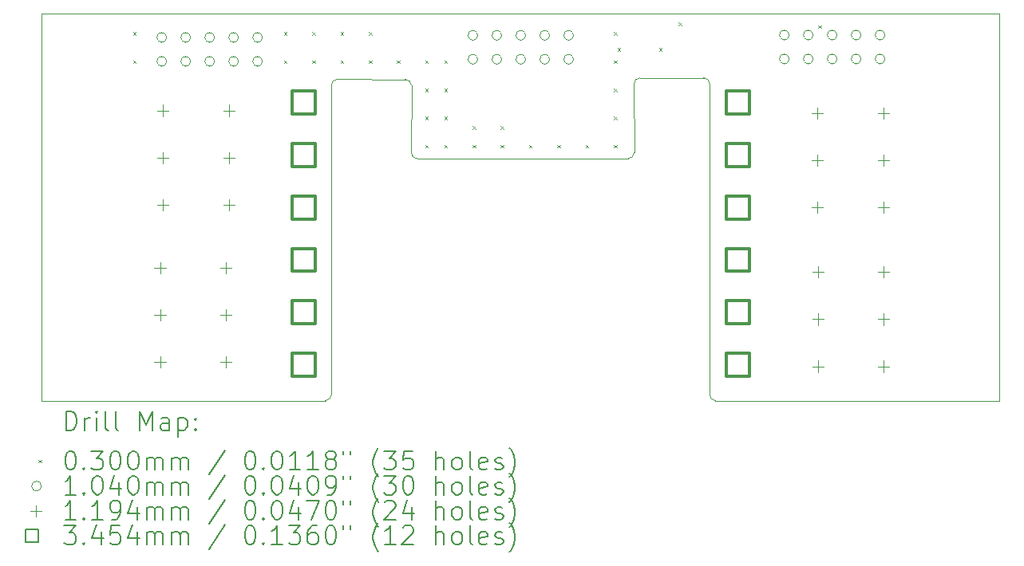
<source format=gbr>
%TF.GenerationSoftware,KiCad,Pcbnew,8.0.4*%
%TF.CreationDate,2025-01-10T16:53:50-05:00*%
%TF.ProjectId,X17-ESC-Adapter,5831372d-4553-4432-9d41-646170746572,rev?*%
%TF.SameCoordinates,Original*%
%TF.FileFunction,Drillmap*%
%TF.FilePolarity,Positive*%
%FSLAX45Y45*%
G04 Gerber Fmt 4.5, Leading zero omitted, Abs format (unit mm)*
G04 Created by KiCad (PCBNEW 8.0.4) date 2025-01-10 16:53:50*
%MOMM*%
%LPD*%
G01*
G04 APERTURE LIST*
%ADD10C,0.050000*%
%ADD11C,0.200000*%
%ADD12C,0.100000*%
%ADD13C,0.104000*%
%ADD14C,0.119380*%
%ADD15C,0.345440*%
G04 APERTURE END LIST*
D10*
X13788400Y-8449394D02*
G75*
G02*
X13851534Y-8385901I63480J14D01*
G01*
X10715000Y-11800000D02*
X10715000Y-7685200D01*
X17863011Y-11800553D02*
G75*
G02*
X17801000Y-11740000I1490J63553D01*
G01*
X17003000Y-9164000D02*
X16998919Y-8435566D01*
X14570052Y-8388775D02*
X13851530Y-8385183D01*
X17801600Y-8434329D02*
X17801000Y-11740000D01*
X13724900Y-11800000D02*
X10715000Y-11800000D01*
X13788400Y-8449315D02*
X13788400Y-11736500D01*
X14637890Y-8450845D02*
X14636110Y-9167312D01*
X14700000Y-9230000D02*
G75*
G02*
X14636112Y-9167312I20J63920D01*
G01*
X17863000Y-11801000D02*
X20872900Y-11801000D01*
X17062131Y-8371881D02*
X17737813Y-8370829D01*
X14570052Y-8388775D02*
G75*
G02*
X14637887Y-8450845I4738J-62925D01*
G01*
X20872900Y-11801000D02*
X20875000Y-7685200D01*
X20875000Y-7685200D02*
X10715000Y-7685200D01*
X17737813Y-8370829D02*
G75*
G02*
X17801592Y-8434329I287J-63491D01*
G01*
X13788400Y-11736500D02*
G75*
G02*
X13724900Y-11800000I-63500J0D01*
G01*
X14700000Y-9229520D02*
X16936500Y-9229520D01*
X16998919Y-8435566D02*
G75*
G02*
X17062131Y-8371879I63501J186D01*
G01*
X17003000Y-9164000D02*
G75*
G02*
X16935578Y-9229208I-67420J2250D01*
G01*
D11*
D12*
X11685000Y-7885000D02*
X11715000Y-7915000D01*
X11715000Y-7885000D02*
X11685000Y-7915000D01*
X11685000Y-8185000D02*
X11715000Y-8215000D01*
X11715000Y-8185000D02*
X11685000Y-8215000D01*
X13285000Y-7885000D02*
X13315000Y-7915000D01*
X13315000Y-7885000D02*
X13285000Y-7915000D01*
X13285000Y-8185000D02*
X13315000Y-8215000D01*
X13315000Y-8185000D02*
X13285000Y-8215000D01*
X13585000Y-7885000D02*
X13615000Y-7915000D01*
X13615000Y-7885000D02*
X13585000Y-7915000D01*
X13585000Y-8185000D02*
X13615000Y-8215000D01*
X13615000Y-8185000D02*
X13585000Y-8215000D01*
X13885000Y-7885000D02*
X13915000Y-7915000D01*
X13915000Y-7885000D02*
X13885000Y-7915000D01*
X13885000Y-8185000D02*
X13915000Y-8215000D01*
X13915000Y-8185000D02*
X13885000Y-8215000D01*
X14185000Y-7885000D02*
X14215000Y-7915000D01*
X14215000Y-7885000D02*
X14185000Y-7915000D01*
X14185000Y-8185000D02*
X14215000Y-8215000D01*
X14215000Y-8185000D02*
X14185000Y-8215000D01*
X14485000Y-8185000D02*
X14515000Y-8215000D01*
X14515000Y-8185000D02*
X14485000Y-8215000D01*
X14785000Y-8185000D02*
X14815000Y-8215000D01*
X14815000Y-8185000D02*
X14785000Y-8215000D01*
X14785000Y-8485000D02*
X14815000Y-8515000D01*
X14815000Y-8485000D02*
X14785000Y-8515000D01*
X14785000Y-8785000D02*
X14815000Y-8815000D01*
X14815000Y-8785000D02*
X14785000Y-8815000D01*
X14785000Y-9085000D02*
X14815000Y-9115000D01*
X14815000Y-9085000D02*
X14785000Y-9115000D01*
X14985000Y-8185000D02*
X15015000Y-8215000D01*
X15015000Y-8185000D02*
X14985000Y-8215000D01*
X14985000Y-8485000D02*
X15015000Y-8515000D01*
X15015000Y-8485000D02*
X14985000Y-8515000D01*
X14985000Y-8785000D02*
X15015000Y-8815000D01*
X15015000Y-8785000D02*
X14985000Y-8815000D01*
X14985000Y-9085000D02*
X15015000Y-9115000D01*
X15015000Y-9085000D02*
X14985000Y-9115000D01*
X15285000Y-8885000D02*
X15315000Y-8915000D01*
X15315000Y-8885000D02*
X15285000Y-8915000D01*
X15285000Y-9085000D02*
X15315000Y-9115000D01*
X15315000Y-9085000D02*
X15285000Y-9115000D01*
X15585000Y-8885000D02*
X15615000Y-8915000D01*
X15615000Y-8885000D02*
X15585000Y-8915000D01*
X15585000Y-9085000D02*
X15615000Y-9115000D01*
X15615000Y-9085000D02*
X15585000Y-9115000D01*
X15885000Y-9085000D02*
X15915000Y-9115000D01*
X15915000Y-9085000D02*
X15885000Y-9115000D01*
X16185000Y-9085000D02*
X16215000Y-9115000D01*
X16215000Y-9085000D02*
X16185000Y-9115000D01*
X16485000Y-9085000D02*
X16515000Y-9115000D01*
X16515000Y-9085000D02*
X16485000Y-9115000D01*
X16785000Y-7885000D02*
X16815000Y-7915000D01*
X16815000Y-7885000D02*
X16785000Y-7915000D01*
X16785000Y-8185000D02*
X16815000Y-8215000D01*
X16815000Y-8185000D02*
X16785000Y-8215000D01*
X16785000Y-8485000D02*
X16815000Y-8515000D01*
X16815000Y-8485000D02*
X16785000Y-8515000D01*
X16785000Y-8785000D02*
X16815000Y-8815000D01*
X16815000Y-8785000D02*
X16785000Y-8815000D01*
X16785000Y-9085000D02*
X16815000Y-9115000D01*
X16815000Y-9085000D02*
X16785000Y-9115000D01*
X16825000Y-8055000D02*
X16855000Y-8085000D01*
X16855000Y-8055000D02*
X16825000Y-8085000D01*
X17265000Y-8055000D02*
X17295000Y-8085000D01*
X17295000Y-8055000D02*
X17265000Y-8085000D01*
X17469845Y-7785000D02*
X17499845Y-7815000D01*
X17499845Y-7785000D02*
X17469845Y-7815000D01*
X18955000Y-7815000D02*
X18985000Y-7845000D01*
X18985000Y-7815000D02*
X18955000Y-7845000D01*
D13*
X12041000Y-7942500D02*
G75*
G02*
X11937000Y-7942500I-52000J0D01*
G01*
X11937000Y-7942500D02*
G75*
G02*
X12041000Y-7942500I52000J0D01*
G01*
X12041000Y-8196500D02*
G75*
G02*
X11937000Y-8196500I-52000J0D01*
G01*
X11937000Y-8196500D02*
G75*
G02*
X12041000Y-8196500I52000J0D01*
G01*
X12295000Y-7942500D02*
G75*
G02*
X12191000Y-7942500I-52000J0D01*
G01*
X12191000Y-7942500D02*
G75*
G02*
X12295000Y-7942500I52000J0D01*
G01*
X12295000Y-8196500D02*
G75*
G02*
X12191000Y-8196500I-52000J0D01*
G01*
X12191000Y-8196500D02*
G75*
G02*
X12295000Y-8196500I52000J0D01*
G01*
X12549000Y-7942500D02*
G75*
G02*
X12445000Y-7942500I-52000J0D01*
G01*
X12445000Y-7942500D02*
G75*
G02*
X12549000Y-7942500I52000J0D01*
G01*
X12549000Y-8196500D02*
G75*
G02*
X12445000Y-8196500I-52000J0D01*
G01*
X12445000Y-8196500D02*
G75*
G02*
X12549000Y-8196500I52000J0D01*
G01*
X12803000Y-7942500D02*
G75*
G02*
X12699000Y-7942500I-52000J0D01*
G01*
X12699000Y-7942500D02*
G75*
G02*
X12803000Y-7942500I52000J0D01*
G01*
X12803000Y-8196500D02*
G75*
G02*
X12699000Y-8196500I-52000J0D01*
G01*
X12699000Y-8196500D02*
G75*
G02*
X12803000Y-8196500I52000J0D01*
G01*
X13057000Y-7942500D02*
G75*
G02*
X12953000Y-7942500I-52000J0D01*
G01*
X12953000Y-7942500D02*
G75*
G02*
X13057000Y-7942500I52000J0D01*
G01*
X13057000Y-8196500D02*
G75*
G02*
X12953000Y-8196500I-52000J0D01*
G01*
X12953000Y-8196500D02*
G75*
G02*
X13057000Y-8196500I52000J0D01*
G01*
X15341000Y-7920000D02*
G75*
G02*
X15237000Y-7920000I-52000J0D01*
G01*
X15237000Y-7920000D02*
G75*
G02*
X15341000Y-7920000I52000J0D01*
G01*
X15341000Y-8174000D02*
G75*
G02*
X15237000Y-8174000I-52000J0D01*
G01*
X15237000Y-8174000D02*
G75*
G02*
X15341000Y-8174000I52000J0D01*
G01*
X15595000Y-7920000D02*
G75*
G02*
X15491000Y-7920000I-52000J0D01*
G01*
X15491000Y-7920000D02*
G75*
G02*
X15595000Y-7920000I52000J0D01*
G01*
X15595000Y-8174000D02*
G75*
G02*
X15491000Y-8174000I-52000J0D01*
G01*
X15491000Y-8174000D02*
G75*
G02*
X15595000Y-8174000I52000J0D01*
G01*
X15849000Y-7920000D02*
G75*
G02*
X15745000Y-7920000I-52000J0D01*
G01*
X15745000Y-7920000D02*
G75*
G02*
X15849000Y-7920000I52000J0D01*
G01*
X15849000Y-8174000D02*
G75*
G02*
X15745000Y-8174000I-52000J0D01*
G01*
X15745000Y-8174000D02*
G75*
G02*
X15849000Y-8174000I52000J0D01*
G01*
X16103000Y-7920000D02*
G75*
G02*
X15999000Y-7920000I-52000J0D01*
G01*
X15999000Y-7920000D02*
G75*
G02*
X16103000Y-7920000I52000J0D01*
G01*
X16103000Y-8174000D02*
G75*
G02*
X15999000Y-8174000I-52000J0D01*
G01*
X15999000Y-8174000D02*
G75*
G02*
X16103000Y-8174000I52000J0D01*
G01*
X16357000Y-7920000D02*
G75*
G02*
X16253000Y-7920000I-52000J0D01*
G01*
X16253000Y-7920000D02*
G75*
G02*
X16357000Y-7920000I52000J0D01*
G01*
X16357000Y-8174000D02*
G75*
G02*
X16253000Y-8174000I-52000J0D01*
G01*
X16253000Y-8174000D02*
G75*
G02*
X16357000Y-8174000I52000J0D01*
G01*
X18645000Y-7917500D02*
G75*
G02*
X18541000Y-7917500I-52000J0D01*
G01*
X18541000Y-7917500D02*
G75*
G02*
X18645000Y-7917500I52000J0D01*
G01*
X18645000Y-8171500D02*
G75*
G02*
X18541000Y-8171500I-52000J0D01*
G01*
X18541000Y-8171500D02*
G75*
G02*
X18645000Y-8171500I52000J0D01*
G01*
X18899000Y-7917500D02*
G75*
G02*
X18795000Y-7917500I-52000J0D01*
G01*
X18795000Y-7917500D02*
G75*
G02*
X18899000Y-7917500I52000J0D01*
G01*
X18899000Y-8171500D02*
G75*
G02*
X18795000Y-8171500I-52000J0D01*
G01*
X18795000Y-8171500D02*
G75*
G02*
X18899000Y-8171500I52000J0D01*
G01*
X19153000Y-7917500D02*
G75*
G02*
X19049000Y-7917500I-52000J0D01*
G01*
X19049000Y-7917500D02*
G75*
G02*
X19153000Y-7917500I52000J0D01*
G01*
X19153000Y-8171500D02*
G75*
G02*
X19049000Y-8171500I-52000J0D01*
G01*
X19049000Y-8171500D02*
G75*
G02*
X19153000Y-8171500I52000J0D01*
G01*
X19407000Y-7917500D02*
G75*
G02*
X19303000Y-7917500I-52000J0D01*
G01*
X19303000Y-7917500D02*
G75*
G02*
X19407000Y-7917500I52000J0D01*
G01*
X19407000Y-8171500D02*
G75*
G02*
X19303000Y-8171500I-52000J0D01*
G01*
X19303000Y-8171500D02*
G75*
G02*
X19407000Y-8171500I52000J0D01*
G01*
X19661000Y-7917500D02*
G75*
G02*
X19557000Y-7917500I-52000J0D01*
G01*
X19557000Y-7917500D02*
G75*
G02*
X19661000Y-7917500I52000J0D01*
G01*
X19661000Y-8171500D02*
G75*
G02*
X19557000Y-8171500I-52000J0D01*
G01*
X19557000Y-8171500D02*
G75*
G02*
X19661000Y-8171500I52000J0D01*
G01*
D14*
X11971000Y-10327310D02*
X11971000Y-10446690D01*
X11911310Y-10387000D02*
X12030690Y-10387000D01*
X11971000Y-10827310D02*
X11971000Y-10946690D01*
X11911310Y-10887000D02*
X12030690Y-10887000D01*
X11971000Y-11327310D02*
X11971000Y-11446690D01*
X11911310Y-11387000D02*
X12030690Y-11387000D01*
X12001000Y-8658310D02*
X12001000Y-8777690D01*
X11941310Y-8718000D02*
X12060690Y-8718000D01*
X12001000Y-9158310D02*
X12001000Y-9277690D01*
X11941310Y-9218000D02*
X12060690Y-9218000D01*
X12001000Y-9658310D02*
X12001000Y-9777690D01*
X11941310Y-9718000D02*
X12060690Y-9718000D01*
X12671000Y-10327310D02*
X12671000Y-10446690D01*
X12611310Y-10387000D02*
X12730690Y-10387000D01*
X12671000Y-10827310D02*
X12671000Y-10946690D01*
X12611310Y-10887000D02*
X12730690Y-10887000D01*
X12671000Y-11327310D02*
X12671000Y-11446690D01*
X12611310Y-11387000D02*
X12730690Y-11387000D01*
X12701000Y-8658310D02*
X12701000Y-8777690D01*
X12641310Y-8718000D02*
X12760690Y-8718000D01*
X12701000Y-9158310D02*
X12701000Y-9277690D01*
X12641310Y-9218000D02*
X12760690Y-9218000D01*
X12701000Y-9658310D02*
X12701000Y-9777690D01*
X12641310Y-9718000D02*
X12760690Y-9718000D01*
X18944000Y-8685310D02*
X18944000Y-8804690D01*
X18884310Y-8745000D02*
X19003690Y-8745000D01*
X18944000Y-9185310D02*
X18944000Y-9304690D01*
X18884310Y-9245000D02*
X19003690Y-9245000D01*
X18944000Y-9685310D02*
X18944000Y-9804690D01*
X18884310Y-9745000D02*
X19003690Y-9745000D01*
X18948000Y-10376310D02*
X18948000Y-10495690D01*
X18888310Y-10436000D02*
X19007690Y-10436000D01*
X18948000Y-10876310D02*
X18948000Y-10995690D01*
X18888310Y-10936000D02*
X19007690Y-10936000D01*
X18948000Y-11376310D02*
X18948000Y-11495690D01*
X18888310Y-11436000D02*
X19007690Y-11436000D01*
X19644000Y-8685310D02*
X19644000Y-8804690D01*
X19584310Y-8745000D02*
X19703690Y-8745000D01*
X19644000Y-9185310D02*
X19644000Y-9304690D01*
X19584310Y-9245000D02*
X19703690Y-9245000D01*
X19644000Y-9685310D02*
X19644000Y-9804690D01*
X19584310Y-9745000D02*
X19703690Y-9745000D01*
X19648000Y-10376310D02*
X19648000Y-10495690D01*
X19588310Y-10436000D02*
X19707690Y-10436000D01*
X19648000Y-10876310D02*
X19648000Y-10995690D01*
X19588310Y-10936000D02*
X19707690Y-10936000D01*
X19648000Y-11376310D02*
X19648000Y-11495690D01*
X19588310Y-11436000D02*
X19707690Y-11436000D01*
D15*
X13619633Y-8757633D02*
X13619633Y-8513367D01*
X13375367Y-8513367D01*
X13375367Y-8757633D01*
X13619633Y-8757633D01*
X13619633Y-9314633D02*
X13619633Y-9070367D01*
X13375367Y-9070367D01*
X13375367Y-9314633D01*
X13619633Y-9314633D01*
X13619633Y-9871633D02*
X13619633Y-9627367D01*
X13375367Y-9627367D01*
X13375367Y-9871633D01*
X13619633Y-9871633D01*
X13619633Y-10427633D02*
X13619633Y-10183367D01*
X13375367Y-10183367D01*
X13375367Y-10427633D01*
X13619633Y-10427633D01*
X13619633Y-10984633D02*
X13619633Y-10740367D01*
X13375367Y-10740367D01*
X13375367Y-10984633D01*
X13619633Y-10984633D01*
X13619633Y-11541633D02*
X13619633Y-11297367D01*
X13375367Y-11297367D01*
X13375367Y-11541633D01*
X13619633Y-11541633D01*
X18219633Y-8757633D02*
X18219633Y-8513367D01*
X17975367Y-8513367D01*
X17975367Y-8757633D01*
X18219633Y-8757633D01*
X18219633Y-9314633D02*
X18219633Y-9070367D01*
X17975367Y-9070367D01*
X17975367Y-9314633D01*
X18219633Y-9314633D01*
X18219633Y-9871633D02*
X18219633Y-9627367D01*
X17975367Y-9627367D01*
X17975367Y-9871633D01*
X18219633Y-9871633D01*
X18219633Y-10427633D02*
X18219633Y-10183367D01*
X17975367Y-10183367D01*
X17975367Y-10427633D01*
X18219633Y-10427633D01*
X18219633Y-10984633D02*
X18219633Y-10740367D01*
X17975367Y-10740367D01*
X17975367Y-10984633D01*
X18219633Y-10984633D01*
X18219633Y-11541633D02*
X18219633Y-11297367D01*
X17975367Y-11297367D01*
X17975367Y-11541633D01*
X18219633Y-11541633D01*
D11*
X10973277Y-12114984D02*
X10973277Y-11914984D01*
X10973277Y-11914984D02*
X11020896Y-11914984D01*
X11020896Y-11914984D02*
X11049467Y-11924508D01*
X11049467Y-11924508D02*
X11068515Y-11943555D01*
X11068515Y-11943555D02*
X11078039Y-11962603D01*
X11078039Y-11962603D02*
X11087563Y-12000698D01*
X11087563Y-12000698D02*
X11087563Y-12029269D01*
X11087563Y-12029269D02*
X11078039Y-12067365D01*
X11078039Y-12067365D02*
X11068515Y-12086412D01*
X11068515Y-12086412D02*
X11049467Y-12105460D01*
X11049467Y-12105460D02*
X11020896Y-12114984D01*
X11020896Y-12114984D02*
X10973277Y-12114984D01*
X11173277Y-12114984D02*
X11173277Y-11981650D01*
X11173277Y-12019746D02*
X11182801Y-12000698D01*
X11182801Y-12000698D02*
X11192324Y-11991174D01*
X11192324Y-11991174D02*
X11211372Y-11981650D01*
X11211372Y-11981650D02*
X11230420Y-11981650D01*
X11297086Y-12114984D02*
X11297086Y-11981650D01*
X11297086Y-11914984D02*
X11287562Y-11924508D01*
X11287562Y-11924508D02*
X11297086Y-11934031D01*
X11297086Y-11934031D02*
X11306610Y-11924508D01*
X11306610Y-11924508D02*
X11297086Y-11914984D01*
X11297086Y-11914984D02*
X11297086Y-11934031D01*
X11420896Y-12114984D02*
X11401848Y-12105460D01*
X11401848Y-12105460D02*
X11392324Y-12086412D01*
X11392324Y-12086412D02*
X11392324Y-11914984D01*
X11525658Y-12114984D02*
X11506610Y-12105460D01*
X11506610Y-12105460D02*
X11497086Y-12086412D01*
X11497086Y-12086412D02*
X11497086Y-11914984D01*
X11754229Y-12114984D02*
X11754229Y-11914984D01*
X11754229Y-11914984D02*
X11820896Y-12057841D01*
X11820896Y-12057841D02*
X11887562Y-11914984D01*
X11887562Y-11914984D02*
X11887562Y-12114984D01*
X12068515Y-12114984D02*
X12068515Y-12010222D01*
X12068515Y-12010222D02*
X12058991Y-11991174D01*
X12058991Y-11991174D02*
X12039943Y-11981650D01*
X12039943Y-11981650D02*
X12001848Y-11981650D01*
X12001848Y-11981650D02*
X11982801Y-11991174D01*
X12068515Y-12105460D02*
X12049467Y-12114984D01*
X12049467Y-12114984D02*
X12001848Y-12114984D01*
X12001848Y-12114984D02*
X11982801Y-12105460D01*
X11982801Y-12105460D02*
X11973277Y-12086412D01*
X11973277Y-12086412D02*
X11973277Y-12067365D01*
X11973277Y-12067365D02*
X11982801Y-12048317D01*
X11982801Y-12048317D02*
X12001848Y-12038793D01*
X12001848Y-12038793D02*
X12049467Y-12038793D01*
X12049467Y-12038793D02*
X12068515Y-12029269D01*
X12163753Y-11981650D02*
X12163753Y-12181650D01*
X12163753Y-11991174D02*
X12182801Y-11981650D01*
X12182801Y-11981650D02*
X12220896Y-11981650D01*
X12220896Y-11981650D02*
X12239943Y-11991174D01*
X12239943Y-11991174D02*
X12249467Y-12000698D01*
X12249467Y-12000698D02*
X12258991Y-12019746D01*
X12258991Y-12019746D02*
X12258991Y-12076888D01*
X12258991Y-12076888D02*
X12249467Y-12095936D01*
X12249467Y-12095936D02*
X12239943Y-12105460D01*
X12239943Y-12105460D02*
X12220896Y-12114984D01*
X12220896Y-12114984D02*
X12182801Y-12114984D01*
X12182801Y-12114984D02*
X12163753Y-12105460D01*
X12344705Y-12095936D02*
X12354229Y-12105460D01*
X12354229Y-12105460D02*
X12344705Y-12114984D01*
X12344705Y-12114984D02*
X12335182Y-12105460D01*
X12335182Y-12105460D02*
X12344705Y-12095936D01*
X12344705Y-12095936D02*
X12344705Y-12114984D01*
X12344705Y-11991174D02*
X12354229Y-12000698D01*
X12354229Y-12000698D02*
X12344705Y-12010222D01*
X12344705Y-12010222D02*
X12335182Y-12000698D01*
X12335182Y-12000698D02*
X12344705Y-11991174D01*
X12344705Y-11991174D02*
X12344705Y-12010222D01*
D12*
X10682500Y-12428500D02*
X10712500Y-12458500D01*
X10712500Y-12428500D02*
X10682500Y-12458500D01*
D11*
X11011372Y-12334984D02*
X11030420Y-12334984D01*
X11030420Y-12334984D02*
X11049467Y-12344508D01*
X11049467Y-12344508D02*
X11058991Y-12354031D01*
X11058991Y-12354031D02*
X11068515Y-12373079D01*
X11068515Y-12373079D02*
X11078039Y-12411174D01*
X11078039Y-12411174D02*
X11078039Y-12458793D01*
X11078039Y-12458793D02*
X11068515Y-12496888D01*
X11068515Y-12496888D02*
X11058991Y-12515936D01*
X11058991Y-12515936D02*
X11049467Y-12525460D01*
X11049467Y-12525460D02*
X11030420Y-12534984D01*
X11030420Y-12534984D02*
X11011372Y-12534984D01*
X11011372Y-12534984D02*
X10992324Y-12525460D01*
X10992324Y-12525460D02*
X10982801Y-12515936D01*
X10982801Y-12515936D02*
X10973277Y-12496888D01*
X10973277Y-12496888D02*
X10963753Y-12458793D01*
X10963753Y-12458793D02*
X10963753Y-12411174D01*
X10963753Y-12411174D02*
X10973277Y-12373079D01*
X10973277Y-12373079D02*
X10982801Y-12354031D01*
X10982801Y-12354031D02*
X10992324Y-12344508D01*
X10992324Y-12344508D02*
X11011372Y-12334984D01*
X11163753Y-12515936D02*
X11173277Y-12525460D01*
X11173277Y-12525460D02*
X11163753Y-12534984D01*
X11163753Y-12534984D02*
X11154229Y-12525460D01*
X11154229Y-12525460D02*
X11163753Y-12515936D01*
X11163753Y-12515936D02*
X11163753Y-12534984D01*
X11239943Y-12334984D02*
X11363753Y-12334984D01*
X11363753Y-12334984D02*
X11297086Y-12411174D01*
X11297086Y-12411174D02*
X11325658Y-12411174D01*
X11325658Y-12411174D02*
X11344705Y-12420698D01*
X11344705Y-12420698D02*
X11354229Y-12430222D01*
X11354229Y-12430222D02*
X11363753Y-12449269D01*
X11363753Y-12449269D02*
X11363753Y-12496888D01*
X11363753Y-12496888D02*
X11354229Y-12515936D01*
X11354229Y-12515936D02*
X11344705Y-12525460D01*
X11344705Y-12525460D02*
X11325658Y-12534984D01*
X11325658Y-12534984D02*
X11268515Y-12534984D01*
X11268515Y-12534984D02*
X11249467Y-12525460D01*
X11249467Y-12525460D02*
X11239943Y-12515936D01*
X11487562Y-12334984D02*
X11506610Y-12334984D01*
X11506610Y-12334984D02*
X11525658Y-12344508D01*
X11525658Y-12344508D02*
X11535182Y-12354031D01*
X11535182Y-12354031D02*
X11544705Y-12373079D01*
X11544705Y-12373079D02*
X11554229Y-12411174D01*
X11554229Y-12411174D02*
X11554229Y-12458793D01*
X11554229Y-12458793D02*
X11544705Y-12496888D01*
X11544705Y-12496888D02*
X11535182Y-12515936D01*
X11535182Y-12515936D02*
X11525658Y-12525460D01*
X11525658Y-12525460D02*
X11506610Y-12534984D01*
X11506610Y-12534984D02*
X11487562Y-12534984D01*
X11487562Y-12534984D02*
X11468515Y-12525460D01*
X11468515Y-12525460D02*
X11458991Y-12515936D01*
X11458991Y-12515936D02*
X11449467Y-12496888D01*
X11449467Y-12496888D02*
X11439943Y-12458793D01*
X11439943Y-12458793D02*
X11439943Y-12411174D01*
X11439943Y-12411174D02*
X11449467Y-12373079D01*
X11449467Y-12373079D02*
X11458991Y-12354031D01*
X11458991Y-12354031D02*
X11468515Y-12344508D01*
X11468515Y-12344508D02*
X11487562Y-12334984D01*
X11678039Y-12334984D02*
X11697086Y-12334984D01*
X11697086Y-12334984D02*
X11716134Y-12344508D01*
X11716134Y-12344508D02*
X11725658Y-12354031D01*
X11725658Y-12354031D02*
X11735182Y-12373079D01*
X11735182Y-12373079D02*
X11744705Y-12411174D01*
X11744705Y-12411174D02*
X11744705Y-12458793D01*
X11744705Y-12458793D02*
X11735182Y-12496888D01*
X11735182Y-12496888D02*
X11725658Y-12515936D01*
X11725658Y-12515936D02*
X11716134Y-12525460D01*
X11716134Y-12525460D02*
X11697086Y-12534984D01*
X11697086Y-12534984D02*
X11678039Y-12534984D01*
X11678039Y-12534984D02*
X11658991Y-12525460D01*
X11658991Y-12525460D02*
X11649467Y-12515936D01*
X11649467Y-12515936D02*
X11639943Y-12496888D01*
X11639943Y-12496888D02*
X11630420Y-12458793D01*
X11630420Y-12458793D02*
X11630420Y-12411174D01*
X11630420Y-12411174D02*
X11639943Y-12373079D01*
X11639943Y-12373079D02*
X11649467Y-12354031D01*
X11649467Y-12354031D02*
X11658991Y-12344508D01*
X11658991Y-12344508D02*
X11678039Y-12334984D01*
X11830420Y-12534984D02*
X11830420Y-12401650D01*
X11830420Y-12420698D02*
X11839943Y-12411174D01*
X11839943Y-12411174D02*
X11858991Y-12401650D01*
X11858991Y-12401650D02*
X11887563Y-12401650D01*
X11887563Y-12401650D02*
X11906610Y-12411174D01*
X11906610Y-12411174D02*
X11916134Y-12430222D01*
X11916134Y-12430222D02*
X11916134Y-12534984D01*
X11916134Y-12430222D02*
X11925658Y-12411174D01*
X11925658Y-12411174D02*
X11944705Y-12401650D01*
X11944705Y-12401650D02*
X11973277Y-12401650D01*
X11973277Y-12401650D02*
X11992324Y-12411174D01*
X11992324Y-12411174D02*
X12001848Y-12430222D01*
X12001848Y-12430222D02*
X12001848Y-12534984D01*
X12097086Y-12534984D02*
X12097086Y-12401650D01*
X12097086Y-12420698D02*
X12106610Y-12411174D01*
X12106610Y-12411174D02*
X12125658Y-12401650D01*
X12125658Y-12401650D02*
X12154229Y-12401650D01*
X12154229Y-12401650D02*
X12173277Y-12411174D01*
X12173277Y-12411174D02*
X12182801Y-12430222D01*
X12182801Y-12430222D02*
X12182801Y-12534984D01*
X12182801Y-12430222D02*
X12192324Y-12411174D01*
X12192324Y-12411174D02*
X12211372Y-12401650D01*
X12211372Y-12401650D02*
X12239943Y-12401650D01*
X12239943Y-12401650D02*
X12258991Y-12411174D01*
X12258991Y-12411174D02*
X12268515Y-12430222D01*
X12268515Y-12430222D02*
X12268515Y-12534984D01*
X12658991Y-12325460D02*
X12487563Y-12582603D01*
X12916134Y-12334984D02*
X12935182Y-12334984D01*
X12935182Y-12334984D02*
X12954229Y-12344508D01*
X12954229Y-12344508D02*
X12963753Y-12354031D01*
X12963753Y-12354031D02*
X12973277Y-12373079D01*
X12973277Y-12373079D02*
X12982801Y-12411174D01*
X12982801Y-12411174D02*
X12982801Y-12458793D01*
X12982801Y-12458793D02*
X12973277Y-12496888D01*
X12973277Y-12496888D02*
X12963753Y-12515936D01*
X12963753Y-12515936D02*
X12954229Y-12525460D01*
X12954229Y-12525460D02*
X12935182Y-12534984D01*
X12935182Y-12534984D02*
X12916134Y-12534984D01*
X12916134Y-12534984D02*
X12897086Y-12525460D01*
X12897086Y-12525460D02*
X12887563Y-12515936D01*
X12887563Y-12515936D02*
X12878039Y-12496888D01*
X12878039Y-12496888D02*
X12868515Y-12458793D01*
X12868515Y-12458793D02*
X12868515Y-12411174D01*
X12868515Y-12411174D02*
X12878039Y-12373079D01*
X12878039Y-12373079D02*
X12887563Y-12354031D01*
X12887563Y-12354031D02*
X12897086Y-12344508D01*
X12897086Y-12344508D02*
X12916134Y-12334984D01*
X13068515Y-12515936D02*
X13078039Y-12525460D01*
X13078039Y-12525460D02*
X13068515Y-12534984D01*
X13068515Y-12534984D02*
X13058991Y-12525460D01*
X13058991Y-12525460D02*
X13068515Y-12515936D01*
X13068515Y-12515936D02*
X13068515Y-12534984D01*
X13201848Y-12334984D02*
X13220896Y-12334984D01*
X13220896Y-12334984D02*
X13239944Y-12344508D01*
X13239944Y-12344508D02*
X13249467Y-12354031D01*
X13249467Y-12354031D02*
X13258991Y-12373079D01*
X13258991Y-12373079D02*
X13268515Y-12411174D01*
X13268515Y-12411174D02*
X13268515Y-12458793D01*
X13268515Y-12458793D02*
X13258991Y-12496888D01*
X13258991Y-12496888D02*
X13249467Y-12515936D01*
X13249467Y-12515936D02*
X13239944Y-12525460D01*
X13239944Y-12525460D02*
X13220896Y-12534984D01*
X13220896Y-12534984D02*
X13201848Y-12534984D01*
X13201848Y-12534984D02*
X13182801Y-12525460D01*
X13182801Y-12525460D02*
X13173277Y-12515936D01*
X13173277Y-12515936D02*
X13163753Y-12496888D01*
X13163753Y-12496888D02*
X13154229Y-12458793D01*
X13154229Y-12458793D02*
X13154229Y-12411174D01*
X13154229Y-12411174D02*
X13163753Y-12373079D01*
X13163753Y-12373079D02*
X13173277Y-12354031D01*
X13173277Y-12354031D02*
X13182801Y-12344508D01*
X13182801Y-12344508D02*
X13201848Y-12334984D01*
X13458991Y-12534984D02*
X13344706Y-12534984D01*
X13401848Y-12534984D02*
X13401848Y-12334984D01*
X13401848Y-12334984D02*
X13382801Y-12363555D01*
X13382801Y-12363555D02*
X13363753Y-12382603D01*
X13363753Y-12382603D02*
X13344706Y-12392127D01*
X13649467Y-12534984D02*
X13535182Y-12534984D01*
X13592325Y-12534984D02*
X13592325Y-12334984D01*
X13592325Y-12334984D02*
X13573277Y-12363555D01*
X13573277Y-12363555D02*
X13554229Y-12382603D01*
X13554229Y-12382603D02*
X13535182Y-12392127D01*
X13763753Y-12420698D02*
X13744706Y-12411174D01*
X13744706Y-12411174D02*
X13735182Y-12401650D01*
X13735182Y-12401650D02*
X13725658Y-12382603D01*
X13725658Y-12382603D02*
X13725658Y-12373079D01*
X13725658Y-12373079D02*
X13735182Y-12354031D01*
X13735182Y-12354031D02*
X13744706Y-12344508D01*
X13744706Y-12344508D02*
X13763753Y-12334984D01*
X13763753Y-12334984D02*
X13801848Y-12334984D01*
X13801848Y-12334984D02*
X13820896Y-12344508D01*
X13820896Y-12344508D02*
X13830420Y-12354031D01*
X13830420Y-12354031D02*
X13839944Y-12373079D01*
X13839944Y-12373079D02*
X13839944Y-12382603D01*
X13839944Y-12382603D02*
X13830420Y-12401650D01*
X13830420Y-12401650D02*
X13820896Y-12411174D01*
X13820896Y-12411174D02*
X13801848Y-12420698D01*
X13801848Y-12420698D02*
X13763753Y-12420698D01*
X13763753Y-12420698D02*
X13744706Y-12430222D01*
X13744706Y-12430222D02*
X13735182Y-12439746D01*
X13735182Y-12439746D02*
X13725658Y-12458793D01*
X13725658Y-12458793D02*
X13725658Y-12496888D01*
X13725658Y-12496888D02*
X13735182Y-12515936D01*
X13735182Y-12515936D02*
X13744706Y-12525460D01*
X13744706Y-12525460D02*
X13763753Y-12534984D01*
X13763753Y-12534984D02*
X13801848Y-12534984D01*
X13801848Y-12534984D02*
X13820896Y-12525460D01*
X13820896Y-12525460D02*
X13830420Y-12515936D01*
X13830420Y-12515936D02*
X13839944Y-12496888D01*
X13839944Y-12496888D02*
X13839944Y-12458793D01*
X13839944Y-12458793D02*
X13830420Y-12439746D01*
X13830420Y-12439746D02*
X13820896Y-12430222D01*
X13820896Y-12430222D02*
X13801848Y-12420698D01*
X13916134Y-12334984D02*
X13916134Y-12373079D01*
X13992325Y-12334984D02*
X13992325Y-12373079D01*
X14287563Y-12611174D02*
X14278039Y-12601650D01*
X14278039Y-12601650D02*
X14258991Y-12573079D01*
X14258991Y-12573079D02*
X14249468Y-12554031D01*
X14249468Y-12554031D02*
X14239944Y-12525460D01*
X14239944Y-12525460D02*
X14230420Y-12477841D01*
X14230420Y-12477841D02*
X14230420Y-12439746D01*
X14230420Y-12439746D02*
X14239944Y-12392127D01*
X14239944Y-12392127D02*
X14249468Y-12363555D01*
X14249468Y-12363555D02*
X14258991Y-12344508D01*
X14258991Y-12344508D02*
X14278039Y-12315936D01*
X14278039Y-12315936D02*
X14287563Y-12306412D01*
X14344706Y-12334984D02*
X14468515Y-12334984D01*
X14468515Y-12334984D02*
X14401848Y-12411174D01*
X14401848Y-12411174D02*
X14430420Y-12411174D01*
X14430420Y-12411174D02*
X14449468Y-12420698D01*
X14449468Y-12420698D02*
X14458991Y-12430222D01*
X14458991Y-12430222D02*
X14468515Y-12449269D01*
X14468515Y-12449269D02*
X14468515Y-12496888D01*
X14468515Y-12496888D02*
X14458991Y-12515936D01*
X14458991Y-12515936D02*
X14449468Y-12525460D01*
X14449468Y-12525460D02*
X14430420Y-12534984D01*
X14430420Y-12534984D02*
X14373277Y-12534984D01*
X14373277Y-12534984D02*
X14354229Y-12525460D01*
X14354229Y-12525460D02*
X14344706Y-12515936D01*
X14649468Y-12334984D02*
X14554229Y-12334984D01*
X14554229Y-12334984D02*
X14544706Y-12430222D01*
X14544706Y-12430222D02*
X14554229Y-12420698D01*
X14554229Y-12420698D02*
X14573277Y-12411174D01*
X14573277Y-12411174D02*
X14620896Y-12411174D01*
X14620896Y-12411174D02*
X14639944Y-12420698D01*
X14639944Y-12420698D02*
X14649468Y-12430222D01*
X14649468Y-12430222D02*
X14658991Y-12449269D01*
X14658991Y-12449269D02*
X14658991Y-12496888D01*
X14658991Y-12496888D02*
X14649468Y-12515936D01*
X14649468Y-12515936D02*
X14639944Y-12525460D01*
X14639944Y-12525460D02*
X14620896Y-12534984D01*
X14620896Y-12534984D02*
X14573277Y-12534984D01*
X14573277Y-12534984D02*
X14554229Y-12525460D01*
X14554229Y-12525460D02*
X14544706Y-12515936D01*
X14897087Y-12534984D02*
X14897087Y-12334984D01*
X14982801Y-12534984D02*
X14982801Y-12430222D01*
X14982801Y-12430222D02*
X14973277Y-12411174D01*
X14973277Y-12411174D02*
X14954230Y-12401650D01*
X14954230Y-12401650D02*
X14925658Y-12401650D01*
X14925658Y-12401650D02*
X14906610Y-12411174D01*
X14906610Y-12411174D02*
X14897087Y-12420698D01*
X15106610Y-12534984D02*
X15087563Y-12525460D01*
X15087563Y-12525460D02*
X15078039Y-12515936D01*
X15078039Y-12515936D02*
X15068515Y-12496888D01*
X15068515Y-12496888D02*
X15068515Y-12439746D01*
X15068515Y-12439746D02*
X15078039Y-12420698D01*
X15078039Y-12420698D02*
X15087563Y-12411174D01*
X15087563Y-12411174D02*
X15106610Y-12401650D01*
X15106610Y-12401650D02*
X15135182Y-12401650D01*
X15135182Y-12401650D02*
X15154230Y-12411174D01*
X15154230Y-12411174D02*
X15163753Y-12420698D01*
X15163753Y-12420698D02*
X15173277Y-12439746D01*
X15173277Y-12439746D02*
X15173277Y-12496888D01*
X15173277Y-12496888D02*
X15163753Y-12515936D01*
X15163753Y-12515936D02*
X15154230Y-12525460D01*
X15154230Y-12525460D02*
X15135182Y-12534984D01*
X15135182Y-12534984D02*
X15106610Y-12534984D01*
X15287563Y-12534984D02*
X15268515Y-12525460D01*
X15268515Y-12525460D02*
X15258991Y-12506412D01*
X15258991Y-12506412D02*
X15258991Y-12334984D01*
X15439944Y-12525460D02*
X15420896Y-12534984D01*
X15420896Y-12534984D02*
X15382801Y-12534984D01*
X15382801Y-12534984D02*
X15363753Y-12525460D01*
X15363753Y-12525460D02*
X15354230Y-12506412D01*
X15354230Y-12506412D02*
X15354230Y-12430222D01*
X15354230Y-12430222D02*
X15363753Y-12411174D01*
X15363753Y-12411174D02*
X15382801Y-12401650D01*
X15382801Y-12401650D02*
X15420896Y-12401650D01*
X15420896Y-12401650D02*
X15439944Y-12411174D01*
X15439944Y-12411174D02*
X15449468Y-12430222D01*
X15449468Y-12430222D02*
X15449468Y-12449269D01*
X15449468Y-12449269D02*
X15354230Y-12468317D01*
X15525658Y-12525460D02*
X15544706Y-12534984D01*
X15544706Y-12534984D02*
X15582801Y-12534984D01*
X15582801Y-12534984D02*
X15601849Y-12525460D01*
X15601849Y-12525460D02*
X15611372Y-12506412D01*
X15611372Y-12506412D02*
X15611372Y-12496888D01*
X15611372Y-12496888D02*
X15601849Y-12477841D01*
X15601849Y-12477841D02*
X15582801Y-12468317D01*
X15582801Y-12468317D02*
X15554230Y-12468317D01*
X15554230Y-12468317D02*
X15535182Y-12458793D01*
X15535182Y-12458793D02*
X15525658Y-12439746D01*
X15525658Y-12439746D02*
X15525658Y-12430222D01*
X15525658Y-12430222D02*
X15535182Y-12411174D01*
X15535182Y-12411174D02*
X15554230Y-12401650D01*
X15554230Y-12401650D02*
X15582801Y-12401650D01*
X15582801Y-12401650D02*
X15601849Y-12411174D01*
X15678039Y-12611174D02*
X15687563Y-12601650D01*
X15687563Y-12601650D02*
X15706611Y-12573079D01*
X15706611Y-12573079D02*
X15716134Y-12554031D01*
X15716134Y-12554031D02*
X15725658Y-12525460D01*
X15725658Y-12525460D02*
X15735182Y-12477841D01*
X15735182Y-12477841D02*
X15735182Y-12439746D01*
X15735182Y-12439746D02*
X15725658Y-12392127D01*
X15725658Y-12392127D02*
X15716134Y-12363555D01*
X15716134Y-12363555D02*
X15706611Y-12344508D01*
X15706611Y-12344508D02*
X15687563Y-12315936D01*
X15687563Y-12315936D02*
X15678039Y-12306412D01*
D13*
X10712500Y-12707500D02*
G75*
G02*
X10608500Y-12707500I-52000J0D01*
G01*
X10608500Y-12707500D02*
G75*
G02*
X10712500Y-12707500I52000J0D01*
G01*
D11*
X11078039Y-12798984D02*
X10963753Y-12798984D01*
X11020896Y-12798984D02*
X11020896Y-12598984D01*
X11020896Y-12598984D02*
X11001848Y-12627555D01*
X11001848Y-12627555D02*
X10982801Y-12646603D01*
X10982801Y-12646603D02*
X10963753Y-12656127D01*
X11163753Y-12779936D02*
X11173277Y-12789460D01*
X11173277Y-12789460D02*
X11163753Y-12798984D01*
X11163753Y-12798984D02*
X11154229Y-12789460D01*
X11154229Y-12789460D02*
X11163753Y-12779936D01*
X11163753Y-12779936D02*
X11163753Y-12798984D01*
X11297086Y-12598984D02*
X11316134Y-12598984D01*
X11316134Y-12598984D02*
X11335182Y-12608508D01*
X11335182Y-12608508D02*
X11344705Y-12618031D01*
X11344705Y-12618031D02*
X11354229Y-12637079D01*
X11354229Y-12637079D02*
X11363753Y-12675174D01*
X11363753Y-12675174D02*
X11363753Y-12722793D01*
X11363753Y-12722793D02*
X11354229Y-12760888D01*
X11354229Y-12760888D02*
X11344705Y-12779936D01*
X11344705Y-12779936D02*
X11335182Y-12789460D01*
X11335182Y-12789460D02*
X11316134Y-12798984D01*
X11316134Y-12798984D02*
X11297086Y-12798984D01*
X11297086Y-12798984D02*
X11278039Y-12789460D01*
X11278039Y-12789460D02*
X11268515Y-12779936D01*
X11268515Y-12779936D02*
X11258991Y-12760888D01*
X11258991Y-12760888D02*
X11249467Y-12722793D01*
X11249467Y-12722793D02*
X11249467Y-12675174D01*
X11249467Y-12675174D02*
X11258991Y-12637079D01*
X11258991Y-12637079D02*
X11268515Y-12618031D01*
X11268515Y-12618031D02*
X11278039Y-12608508D01*
X11278039Y-12608508D02*
X11297086Y-12598984D01*
X11535182Y-12665650D02*
X11535182Y-12798984D01*
X11487562Y-12589460D02*
X11439943Y-12732317D01*
X11439943Y-12732317D02*
X11563753Y-12732317D01*
X11678039Y-12598984D02*
X11697086Y-12598984D01*
X11697086Y-12598984D02*
X11716134Y-12608508D01*
X11716134Y-12608508D02*
X11725658Y-12618031D01*
X11725658Y-12618031D02*
X11735182Y-12637079D01*
X11735182Y-12637079D02*
X11744705Y-12675174D01*
X11744705Y-12675174D02*
X11744705Y-12722793D01*
X11744705Y-12722793D02*
X11735182Y-12760888D01*
X11735182Y-12760888D02*
X11725658Y-12779936D01*
X11725658Y-12779936D02*
X11716134Y-12789460D01*
X11716134Y-12789460D02*
X11697086Y-12798984D01*
X11697086Y-12798984D02*
X11678039Y-12798984D01*
X11678039Y-12798984D02*
X11658991Y-12789460D01*
X11658991Y-12789460D02*
X11649467Y-12779936D01*
X11649467Y-12779936D02*
X11639943Y-12760888D01*
X11639943Y-12760888D02*
X11630420Y-12722793D01*
X11630420Y-12722793D02*
X11630420Y-12675174D01*
X11630420Y-12675174D02*
X11639943Y-12637079D01*
X11639943Y-12637079D02*
X11649467Y-12618031D01*
X11649467Y-12618031D02*
X11658991Y-12608508D01*
X11658991Y-12608508D02*
X11678039Y-12598984D01*
X11830420Y-12798984D02*
X11830420Y-12665650D01*
X11830420Y-12684698D02*
X11839943Y-12675174D01*
X11839943Y-12675174D02*
X11858991Y-12665650D01*
X11858991Y-12665650D02*
X11887563Y-12665650D01*
X11887563Y-12665650D02*
X11906610Y-12675174D01*
X11906610Y-12675174D02*
X11916134Y-12694222D01*
X11916134Y-12694222D02*
X11916134Y-12798984D01*
X11916134Y-12694222D02*
X11925658Y-12675174D01*
X11925658Y-12675174D02*
X11944705Y-12665650D01*
X11944705Y-12665650D02*
X11973277Y-12665650D01*
X11973277Y-12665650D02*
X11992324Y-12675174D01*
X11992324Y-12675174D02*
X12001848Y-12694222D01*
X12001848Y-12694222D02*
X12001848Y-12798984D01*
X12097086Y-12798984D02*
X12097086Y-12665650D01*
X12097086Y-12684698D02*
X12106610Y-12675174D01*
X12106610Y-12675174D02*
X12125658Y-12665650D01*
X12125658Y-12665650D02*
X12154229Y-12665650D01*
X12154229Y-12665650D02*
X12173277Y-12675174D01*
X12173277Y-12675174D02*
X12182801Y-12694222D01*
X12182801Y-12694222D02*
X12182801Y-12798984D01*
X12182801Y-12694222D02*
X12192324Y-12675174D01*
X12192324Y-12675174D02*
X12211372Y-12665650D01*
X12211372Y-12665650D02*
X12239943Y-12665650D01*
X12239943Y-12665650D02*
X12258991Y-12675174D01*
X12258991Y-12675174D02*
X12268515Y-12694222D01*
X12268515Y-12694222D02*
X12268515Y-12798984D01*
X12658991Y-12589460D02*
X12487563Y-12846603D01*
X12916134Y-12598984D02*
X12935182Y-12598984D01*
X12935182Y-12598984D02*
X12954229Y-12608508D01*
X12954229Y-12608508D02*
X12963753Y-12618031D01*
X12963753Y-12618031D02*
X12973277Y-12637079D01*
X12973277Y-12637079D02*
X12982801Y-12675174D01*
X12982801Y-12675174D02*
X12982801Y-12722793D01*
X12982801Y-12722793D02*
X12973277Y-12760888D01*
X12973277Y-12760888D02*
X12963753Y-12779936D01*
X12963753Y-12779936D02*
X12954229Y-12789460D01*
X12954229Y-12789460D02*
X12935182Y-12798984D01*
X12935182Y-12798984D02*
X12916134Y-12798984D01*
X12916134Y-12798984D02*
X12897086Y-12789460D01*
X12897086Y-12789460D02*
X12887563Y-12779936D01*
X12887563Y-12779936D02*
X12878039Y-12760888D01*
X12878039Y-12760888D02*
X12868515Y-12722793D01*
X12868515Y-12722793D02*
X12868515Y-12675174D01*
X12868515Y-12675174D02*
X12878039Y-12637079D01*
X12878039Y-12637079D02*
X12887563Y-12618031D01*
X12887563Y-12618031D02*
X12897086Y-12608508D01*
X12897086Y-12608508D02*
X12916134Y-12598984D01*
X13068515Y-12779936D02*
X13078039Y-12789460D01*
X13078039Y-12789460D02*
X13068515Y-12798984D01*
X13068515Y-12798984D02*
X13058991Y-12789460D01*
X13058991Y-12789460D02*
X13068515Y-12779936D01*
X13068515Y-12779936D02*
X13068515Y-12798984D01*
X13201848Y-12598984D02*
X13220896Y-12598984D01*
X13220896Y-12598984D02*
X13239944Y-12608508D01*
X13239944Y-12608508D02*
X13249467Y-12618031D01*
X13249467Y-12618031D02*
X13258991Y-12637079D01*
X13258991Y-12637079D02*
X13268515Y-12675174D01*
X13268515Y-12675174D02*
X13268515Y-12722793D01*
X13268515Y-12722793D02*
X13258991Y-12760888D01*
X13258991Y-12760888D02*
X13249467Y-12779936D01*
X13249467Y-12779936D02*
X13239944Y-12789460D01*
X13239944Y-12789460D02*
X13220896Y-12798984D01*
X13220896Y-12798984D02*
X13201848Y-12798984D01*
X13201848Y-12798984D02*
X13182801Y-12789460D01*
X13182801Y-12789460D02*
X13173277Y-12779936D01*
X13173277Y-12779936D02*
X13163753Y-12760888D01*
X13163753Y-12760888D02*
X13154229Y-12722793D01*
X13154229Y-12722793D02*
X13154229Y-12675174D01*
X13154229Y-12675174D02*
X13163753Y-12637079D01*
X13163753Y-12637079D02*
X13173277Y-12618031D01*
X13173277Y-12618031D02*
X13182801Y-12608508D01*
X13182801Y-12608508D02*
X13201848Y-12598984D01*
X13439944Y-12665650D02*
X13439944Y-12798984D01*
X13392325Y-12589460D02*
X13344706Y-12732317D01*
X13344706Y-12732317D02*
X13468515Y-12732317D01*
X13582801Y-12598984D02*
X13601848Y-12598984D01*
X13601848Y-12598984D02*
X13620896Y-12608508D01*
X13620896Y-12608508D02*
X13630420Y-12618031D01*
X13630420Y-12618031D02*
X13639944Y-12637079D01*
X13639944Y-12637079D02*
X13649467Y-12675174D01*
X13649467Y-12675174D02*
X13649467Y-12722793D01*
X13649467Y-12722793D02*
X13639944Y-12760888D01*
X13639944Y-12760888D02*
X13630420Y-12779936D01*
X13630420Y-12779936D02*
X13620896Y-12789460D01*
X13620896Y-12789460D02*
X13601848Y-12798984D01*
X13601848Y-12798984D02*
X13582801Y-12798984D01*
X13582801Y-12798984D02*
X13563753Y-12789460D01*
X13563753Y-12789460D02*
X13554229Y-12779936D01*
X13554229Y-12779936D02*
X13544706Y-12760888D01*
X13544706Y-12760888D02*
X13535182Y-12722793D01*
X13535182Y-12722793D02*
X13535182Y-12675174D01*
X13535182Y-12675174D02*
X13544706Y-12637079D01*
X13544706Y-12637079D02*
X13554229Y-12618031D01*
X13554229Y-12618031D02*
X13563753Y-12608508D01*
X13563753Y-12608508D02*
X13582801Y-12598984D01*
X13744706Y-12798984D02*
X13782801Y-12798984D01*
X13782801Y-12798984D02*
X13801848Y-12789460D01*
X13801848Y-12789460D02*
X13811372Y-12779936D01*
X13811372Y-12779936D02*
X13830420Y-12751365D01*
X13830420Y-12751365D02*
X13839944Y-12713269D01*
X13839944Y-12713269D02*
X13839944Y-12637079D01*
X13839944Y-12637079D02*
X13830420Y-12618031D01*
X13830420Y-12618031D02*
X13820896Y-12608508D01*
X13820896Y-12608508D02*
X13801848Y-12598984D01*
X13801848Y-12598984D02*
X13763753Y-12598984D01*
X13763753Y-12598984D02*
X13744706Y-12608508D01*
X13744706Y-12608508D02*
X13735182Y-12618031D01*
X13735182Y-12618031D02*
X13725658Y-12637079D01*
X13725658Y-12637079D02*
X13725658Y-12684698D01*
X13725658Y-12684698D02*
X13735182Y-12703746D01*
X13735182Y-12703746D02*
X13744706Y-12713269D01*
X13744706Y-12713269D02*
X13763753Y-12722793D01*
X13763753Y-12722793D02*
X13801848Y-12722793D01*
X13801848Y-12722793D02*
X13820896Y-12713269D01*
X13820896Y-12713269D02*
X13830420Y-12703746D01*
X13830420Y-12703746D02*
X13839944Y-12684698D01*
X13916134Y-12598984D02*
X13916134Y-12637079D01*
X13992325Y-12598984D02*
X13992325Y-12637079D01*
X14287563Y-12875174D02*
X14278039Y-12865650D01*
X14278039Y-12865650D02*
X14258991Y-12837079D01*
X14258991Y-12837079D02*
X14249468Y-12818031D01*
X14249468Y-12818031D02*
X14239944Y-12789460D01*
X14239944Y-12789460D02*
X14230420Y-12741841D01*
X14230420Y-12741841D02*
X14230420Y-12703746D01*
X14230420Y-12703746D02*
X14239944Y-12656127D01*
X14239944Y-12656127D02*
X14249468Y-12627555D01*
X14249468Y-12627555D02*
X14258991Y-12608508D01*
X14258991Y-12608508D02*
X14278039Y-12579936D01*
X14278039Y-12579936D02*
X14287563Y-12570412D01*
X14344706Y-12598984D02*
X14468515Y-12598984D01*
X14468515Y-12598984D02*
X14401848Y-12675174D01*
X14401848Y-12675174D02*
X14430420Y-12675174D01*
X14430420Y-12675174D02*
X14449468Y-12684698D01*
X14449468Y-12684698D02*
X14458991Y-12694222D01*
X14458991Y-12694222D02*
X14468515Y-12713269D01*
X14468515Y-12713269D02*
X14468515Y-12760888D01*
X14468515Y-12760888D02*
X14458991Y-12779936D01*
X14458991Y-12779936D02*
X14449468Y-12789460D01*
X14449468Y-12789460D02*
X14430420Y-12798984D01*
X14430420Y-12798984D02*
X14373277Y-12798984D01*
X14373277Y-12798984D02*
X14354229Y-12789460D01*
X14354229Y-12789460D02*
X14344706Y-12779936D01*
X14592325Y-12598984D02*
X14611372Y-12598984D01*
X14611372Y-12598984D02*
X14630420Y-12608508D01*
X14630420Y-12608508D02*
X14639944Y-12618031D01*
X14639944Y-12618031D02*
X14649468Y-12637079D01*
X14649468Y-12637079D02*
X14658991Y-12675174D01*
X14658991Y-12675174D02*
X14658991Y-12722793D01*
X14658991Y-12722793D02*
X14649468Y-12760888D01*
X14649468Y-12760888D02*
X14639944Y-12779936D01*
X14639944Y-12779936D02*
X14630420Y-12789460D01*
X14630420Y-12789460D02*
X14611372Y-12798984D01*
X14611372Y-12798984D02*
X14592325Y-12798984D01*
X14592325Y-12798984D02*
X14573277Y-12789460D01*
X14573277Y-12789460D02*
X14563753Y-12779936D01*
X14563753Y-12779936D02*
X14554229Y-12760888D01*
X14554229Y-12760888D02*
X14544706Y-12722793D01*
X14544706Y-12722793D02*
X14544706Y-12675174D01*
X14544706Y-12675174D02*
X14554229Y-12637079D01*
X14554229Y-12637079D02*
X14563753Y-12618031D01*
X14563753Y-12618031D02*
X14573277Y-12608508D01*
X14573277Y-12608508D02*
X14592325Y-12598984D01*
X14897087Y-12798984D02*
X14897087Y-12598984D01*
X14982801Y-12798984D02*
X14982801Y-12694222D01*
X14982801Y-12694222D02*
X14973277Y-12675174D01*
X14973277Y-12675174D02*
X14954230Y-12665650D01*
X14954230Y-12665650D02*
X14925658Y-12665650D01*
X14925658Y-12665650D02*
X14906610Y-12675174D01*
X14906610Y-12675174D02*
X14897087Y-12684698D01*
X15106610Y-12798984D02*
X15087563Y-12789460D01*
X15087563Y-12789460D02*
X15078039Y-12779936D01*
X15078039Y-12779936D02*
X15068515Y-12760888D01*
X15068515Y-12760888D02*
X15068515Y-12703746D01*
X15068515Y-12703746D02*
X15078039Y-12684698D01*
X15078039Y-12684698D02*
X15087563Y-12675174D01*
X15087563Y-12675174D02*
X15106610Y-12665650D01*
X15106610Y-12665650D02*
X15135182Y-12665650D01*
X15135182Y-12665650D02*
X15154230Y-12675174D01*
X15154230Y-12675174D02*
X15163753Y-12684698D01*
X15163753Y-12684698D02*
X15173277Y-12703746D01*
X15173277Y-12703746D02*
X15173277Y-12760888D01*
X15173277Y-12760888D02*
X15163753Y-12779936D01*
X15163753Y-12779936D02*
X15154230Y-12789460D01*
X15154230Y-12789460D02*
X15135182Y-12798984D01*
X15135182Y-12798984D02*
X15106610Y-12798984D01*
X15287563Y-12798984D02*
X15268515Y-12789460D01*
X15268515Y-12789460D02*
X15258991Y-12770412D01*
X15258991Y-12770412D02*
X15258991Y-12598984D01*
X15439944Y-12789460D02*
X15420896Y-12798984D01*
X15420896Y-12798984D02*
X15382801Y-12798984D01*
X15382801Y-12798984D02*
X15363753Y-12789460D01*
X15363753Y-12789460D02*
X15354230Y-12770412D01*
X15354230Y-12770412D02*
X15354230Y-12694222D01*
X15354230Y-12694222D02*
X15363753Y-12675174D01*
X15363753Y-12675174D02*
X15382801Y-12665650D01*
X15382801Y-12665650D02*
X15420896Y-12665650D01*
X15420896Y-12665650D02*
X15439944Y-12675174D01*
X15439944Y-12675174D02*
X15449468Y-12694222D01*
X15449468Y-12694222D02*
X15449468Y-12713269D01*
X15449468Y-12713269D02*
X15354230Y-12732317D01*
X15525658Y-12789460D02*
X15544706Y-12798984D01*
X15544706Y-12798984D02*
X15582801Y-12798984D01*
X15582801Y-12798984D02*
X15601849Y-12789460D01*
X15601849Y-12789460D02*
X15611372Y-12770412D01*
X15611372Y-12770412D02*
X15611372Y-12760888D01*
X15611372Y-12760888D02*
X15601849Y-12741841D01*
X15601849Y-12741841D02*
X15582801Y-12732317D01*
X15582801Y-12732317D02*
X15554230Y-12732317D01*
X15554230Y-12732317D02*
X15535182Y-12722793D01*
X15535182Y-12722793D02*
X15525658Y-12703746D01*
X15525658Y-12703746D02*
X15525658Y-12694222D01*
X15525658Y-12694222D02*
X15535182Y-12675174D01*
X15535182Y-12675174D02*
X15554230Y-12665650D01*
X15554230Y-12665650D02*
X15582801Y-12665650D01*
X15582801Y-12665650D02*
X15601849Y-12675174D01*
X15678039Y-12875174D02*
X15687563Y-12865650D01*
X15687563Y-12865650D02*
X15706611Y-12837079D01*
X15706611Y-12837079D02*
X15716134Y-12818031D01*
X15716134Y-12818031D02*
X15725658Y-12789460D01*
X15725658Y-12789460D02*
X15735182Y-12741841D01*
X15735182Y-12741841D02*
X15735182Y-12703746D01*
X15735182Y-12703746D02*
X15725658Y-12656127D01*
X15725658Y-12656127D02*
X15716134Y-12627555D01*
X15716134Y-12627555D02*
X15706611Y-12608508D01*
X15706611Y-12608508D02*
X15687563Y-12579936D01*
X15687563Y-12579936D02*
X15678039Y-12570412D01*
D14*
X10652810Y-12911810D02*
X10652810Y-13031190D01*
X10593120Y-12971500D02*
X10712500Y-12971500D01*
D11*
X11078039Y-13062984D02*
X10963753Y-13062984D01*
X11020896Y-13062984D02*
X11020896Y-12862984D01*
X11020896Y-12862984D02*
X11001848Y-12891555D01*
X11001848Y-12891555D02*
X10982801Y-12910603D01*
X10982801Y-12910603D02*
X10963753Y-12920127D01*
X11163753Y-13043936D02*
X11173277Y-13053460D01*
X11173277Y-13053460D02*
X11163753Y-13062984D01*
X11163753Y-13062984D02*
X11154229Y-13053460D01*
X11154229Y-13053460D02*
X11163753Y-13043936D01*
X11163753Y-13043936D02*
X11163753Y-13062984D01*
X11363753Y-13062984D02*
X11249467Y-13062984D01*
X11306610Y-13062984D02*
X11306610Y-12862984D01*
X11306610Y-12862984D02*
X11287562Y-12891555D01*
X11287562Y-12891555D02*
X11268515Y-12910603D01*
X11268515Y-12910603D02*
X11249467Y-12920127D01*
X11458991Y-13062984D02*
X11497086Y-13062984D01*
X11497086Y-13062984D02*
X11516134Y-13053460D01*
X11516134Y-13053460D02*
X11525658Y-13043936D01*
X11525658Y-13043936D02*
X11544705Y-13015365D01*
X11544705Y-13015365D02*
X11554229Y-12977269D01*
X11554229Y-12977269D02*
X11554229Y-12901079D01*
X11554229Y-12901079D02*
X11544705Y-12882031D01*
X11544705Y-12882031D02*
X11535182Y-12872508D01*
X11535182Y-12872508D02*
X11516134Y-12862984D01*
X11516134Y-12862984D02*
X11478039Y-12862984D01*
X11478039Y-12862984D02*
X11458991Y-12872508D01*
X11458991Y-12872508D02*
X11449467Y-12882031D01*
X11449467Y-12882031D02*
X11439943Y-12901079D01*
X11439943Y-12901079D02*
X11439943Y-12948698D01*
X11439943Y-12948698D02*
X11449467Y-12967746D01*
X11449467Y-12967746D02*
X11458991Y-12977269D01*
X11458991Y-12977269D02*
X11478039Y-12986793D01*
X11478039Y-12986793D02*
X11516134Y-12986793D01*
X11516134Y-12986793D02*
X11535182Y-12977269D01*
X11535182Y-12977269D02*
X11544705Y-12967746D01*
X11544705Y-12967746D02*
X11554229Y-12948698D01*
X11725658Y-12929650D02*
X11725658Y-13062984D01*
X11678039Y-12853460D02*
X11630420Y-12996317D01*
X11630420Y-12996317D02*
X11754229Y-12996317D01*
X11830420Y-13062984D02*
X11830420Y-12929650D01*
X11830420Y-12948698D02*
X11839943Y-12939174D01*
X11839943Y-12939174D02*
X11858991Y-12929650D01*
X11858991Y-12929650D02*
X11887563Y-12929650D01*
X11887563Y-12929650D02*
X11906610Y-12939174D01*
X11906610Y-12939174D02*
X11916134Y-12958222D01*
X11916134Y-12958222D02*
X11916134Y-13062984D01*
X11916134Y-12958222D02*
X11925658Y-12939174D01*
X11925658Y-12939174D02*
X11944705Y-12929650D01*
X11944705Y-12929650D02*
X11973277Y-12929650D01*
X11973277Y-12929650D02*
X11992324Y-12939174D01*
X11992324Y-12939174D02*
X12001848Y-12958222D01*
X12001848Y-12958222D02*
X12001848Y-13062984D01*
X12097086Y-13062984D02*
X12097086Y-12929650D01*
X12097086Y-12948698D02*
X12106610Y-12939174D01*
X12106610Y-12939174D02*
X12125658Y-12929650D01*
X12125658Y-12929650D02*
X12154229Y-12929650D01*
X12154229Y-12929650D02*
X12173277Y-12939174D01*
X12173277Y-12939174D02*
X12182801Y-12958222D01*
X12182801Y-12958222D02*
X12182801Y-13062984D01*
X12182801Y-12958222D02*
X12192324Y-12939174D01*
X12192324Y-12939174D02*
X12211372Y-12929650D01*
X12211372Y-12929650D02*
X12239943Y-12929650D01*
X12239943Y-12929650D02*
X12258991Y-12939174D01*
X12258991Y-12939174D02*
X12268515Y-12958222D01*
X12268515Y-12958222D02*
X12268515Y-13062984D01*
X12658991Y-12853460D02*
X12487563Y-13110603D01*
X12916134Y-12862984D02*
X12935182Y-12862984D01*
X12935182Y-12862984D02*
X12954229Y-12872508D01*
X12954229Y-12872508D02*
X12963753Y-12882031D01*
X12963753Y-12882031D02*
X12973277Y-12901079D01*
X12973277Y-12901079D02*
X12982801Y-12939174D01*
X12982801Y-12939174D02*
X12982801Y-12986793D01*
X12982801Y-12986793D02*
X12973277Y-13024888D01*
X12973277Y-13024888D02*
X12963753Y-13043936D01*
X12963753Y-13043936D02*
X12954229Y-13053460D01*
X12954229Y-13053460D02*
X12935182Y-13062984D01*
X12935182Y-13062984D02*
X12916134Y-13062984D01*
X12916134Y-13062984D02*
X12897086Y-13053460D01*
X12897086Y-13053460D02*
X12887563Y-13043936D01*
X12887563Y-13043936D02*
X12878039Y-13024888D01*
X12878039Y-13024888D02*
X12868515Y-12986793D01*
X12868515Y-12986793D02*
X12868515Y-12939174D01*
X12868515Y-12939174D02*
X12878039Y-12901079D01*
X12878039Y-12901079D02*
X12887563Y-12882031D01*
X12887563Y-12882031D02*
X12897086Y-12872508D01*
X12897086Y-12872508D02*
X12916134Y-12862984D01*
X13068515Y-13043936D02*
X13078039Y-13053460D01*
X13078039Y-13053460D02*
X13068515Y-13062984D01*
X13068515Y-13062984D02*
X13058991Y-13053460D01*
X13058991Y-13053460D02*
X13068515Y-13043936D01*
X13068515Y-13043936D02*
X13068515Y-13062984D01*
X13201848Y-12862984D02*
X13220896Y-12862984D01*
X13220896Y-12862984D02*
X13239944Y-12872508D01*
X13239944Y-12872508D02*
X13249467Y-12882031D01*
X13249467Y-12882031D02*
X13258991Y-12901079D01*
X13258991Y-12901079D02*
X13268515Y-12939174D01*
X13268515Y-12939174D02*
X13268515Y-12986793D01*
X13268515Y-12986793D02*
X13258991Y-13024888D01*
X13258991Y-13024888D02*
X13249467Y-13043936D01*
X13249467Y-13043936D02*
X13239944Y-13053460D01*
X13239944Y-13053460D02*
X13220896Y-13062984D01*
X13220896Y-13062984D02*
X13201848Y-13062984D01*
X13201848Y-13062984D02*
X13182801Y-13053460D01*
X13182801Y-13053460D02*
X13173277Y-13043936D01*
X13173277Y-13043936D02*
X13163753Y-13024888D01*
X13163753Y-13024888D02*
X13154229Y-12986793D01*
X13154229Y-12986793D02*
X13154229Y-12939174D01*
X13154229Y-12939174D02*
X13163753Y-12901079D01*
X13163753Y-12901079D02*
X13173277Y-12882031D01*
X13173277Y-12882031D02*
X13182801Y-12872508D01*
X13182801Y-12872508D02*
X13201848Y-12862984D01*
X13439944Y-12929650D02*
X13439944Y-13062984D01*
X13392325Y-12853460D02*
X13344706Y-12996317D01*
X13344706Y-12996317D02*
X13468515Y-12996317D01*
X13525658Y-12862984D02*
X13658991Y-12862984D01*
X13658991Y-12862984D02*
X13573277Y-13062984D01*
X13773277Y-12862984D02*
X13792325Y-12862984D01*
X13792325Y-12862984D02*
X13811372Y-12872508D01*
X13811372Y-12872508D02*
X13820896Y-12882031D01*
X13820896Y-12882031D02*
X13830420Y-12901079D01*
X13830420Y-12901079D02*
X13839944Y-12939174D01*
X13839944Y-12939174D02*
X13839944Y-12986793D01*
X13839944Y-12986793D02*
X13830420Y-13024888D01*
X13830420Y-13024888D02*
X13820896Y-13043936D01*
X13820896Y-13043936D02*
X13811372Y-13053460D01*
X13811372Y-13053460D02*
X13792325Y-13062984D01*
X13792325Y-13062984D02*
X13773277Y-13062984D01*
X13773277Y-13062984D02*
X13754229Y-13053460D01*
X13754229Y-13053460D02*
X13744706Y-13043936D01*
X13744706Y-13043936D02*
X13735182Y-13024888D01*
X13735182Y-13024888D02*
X13725658Y-12986793D01*
X13725658Y-12986793D02*
X13725658Y-12939174D01*
X13725658Y-12939174D02*
X13735182Y-12901079D01*
X13735182Y-12901079D02*
X13744706Y-12882031D01*
X13744706Y-12882031D02*
X13754229Y-12872508D01*
X13754229Y-12872508D02*
X13773277Y-12862984D01*
X13916134Y-12862984D02*
X13916134Y-12901079D01*
X13992325Y-12862984D02*
X13992325Y-12901079D01*
X14287563Y-13139174D02*
X14278039Y-13129650D01*
X14278039Y-13129650D02*
X14258991Y-13101079D01*
X14258991Y-13101079D02*
X14249468Y-13082031D01*
X14249468Y-13082031D02*
X14239944Y-13053460D01*
X14239944Y-13053460D02*
X14230420Y-13005841D01*
X14230420Y-13005841D02*
X14230420Y-12967746D01*
X14230420Y-12967746D02*
X14239944Y-12920127D01*
X14239944Y-12920127D02*
X14249468Y-12891555D01*
X14249468Y-12891555D02*
X14258991Y-12872508D01*
X14258991Y-12872508D02*
X14278039Y-12843936D01*
X14278039Y-12843936D02*
X14287563Y-12834412D01*
X14354229Y-12882031D02*
X14363753Y-12872508D01*
X14363753Y-12872508D02*
X14382801Y-12862984D01*
X14382801Y-12862984D02*
X14430420Y-12862984D01*
X14430420Y-12862984D02*
X14449468Y-12872508D01*
X14449468Y-12872508D02*
X14458991Y-12882031D01*
X14458991Y-12882031D02*
X14468515Y-12901079D01*
X14468515Y-12901079D02*
X14468515Y-12920127D01*
X14468515Y-12920127D02*
X14458991Y-12948698D01*
X14458991Y-12948698D02*
X14344706Y-13062984D01*
X14344706Y-13062984D02*
X14468515Y-13062984D01*
X14639944Y-12929650D02*
X14639944Y-13062984D01*
X14592325Y-12853460D02*
X14544706Y-12996317D01*
X14544706Y-12996317D02*
X14668515Y-12996317D01*
X14897087Y-13062984D02*
X14897087Y-12862984D01*
X14982801Y-13062984D02*
X14982801Y-12958222D01*
X14982801Y-12958222D02*
X14973277Y-12939174D01*
X14973277Y-12939174D02*
X14954230Y-12929650D01*
X14954230Y-12929650D02*
X14925658Y-12929650D01*
X14925658Y-12929650D02*
X14906610Y-12939174D01*
X14906610Y-12939174D02*
X14897087Y-12948698D01*
X15106610Y-13062984D02*
X15087563Y-13053460D01*
X15087563Y-13053460D02*
X15078039Y-13043936D01*
X15078039Y-13043936D02*
X15068515Y-13024888D01*
X15068515Y-13024888D02*
X15068515Y-12967746D01*
X15068515Y-12967746D02*
X15078039Y-12948698D01*
X15078039Y-12948698D02*
X15087563Y-12939174D01*
X15087563Y-12939174D02*
X15106610Y-12929650D01*
X15106610Y-12929650D02*
X15135182Y-12929650D01*
X15135182Y-12929650D02*
X15154230Y-12939174D01*
X15154230Y-12939174D02*
X15163753Y-12948698D01*
X15163753Y-12948698D02*
X15173277Y-12967746D01*
X15173277Y-12967746D02*
X15173277Y-13024888D01*
X15173277Y-13024888D02*
X15163753Y-13043936D01*
X15163753Y-13043936D02*
X15154230Y-13053460D01*
X15154230Y-13053460D02*
X15135182Y-13062984D01*
X15135182Y-13062984D02*
X15106610Y-13062984D01*
X15287563Y-13062984D02*
X15268515Y-13053460D01*
X15268515Y-13053460D02*
X15258991Y-13034412D01*
X15258991Y-13034412D02*
X15258991Y-12862984D01*
X15439944Y-13053460D02*
X15420896Y-13062984D01*
X15420896Y-13062984D02*
X15382801Y-13062984D01*
X15382801Y-13062984D02*
X15363753Y-13053460D01*
X15363753Y-13053460D02*
X15354230Y-13034412D01*
X15354230Y-13034412D02*
X15354230Y-12958222D01*
X15354230Y-12958222D02*
X15363753Y-12939174D01*
X15363753Y-12939174D02*
X15382801Y-12929650D01*
X15382801Y-12929650D02*
X15420896Y-12929650D01*
X15420896Y-12929650D02*
X15439944Y-12939174D01*
X15439944Y-12939174D02*
X15449468Y-12958222D01*
X15449468Y-12958222D02*
X15449468Y-12977269D01*
X15449468Y-12977269D02*
X15354230Y-12996317D01*
X15525658Y-13053460D02*
X15544706Y-13062984D01*
X15544706Y-13062984D02*
X15582801Y-13062984D01*
X15582801Y-13062984D02*
X15601849Y-13053460D01*
X15601849Y-13053460D02*
X15611372Y-13034412D01*
X15611372Y-13034412D02*
X15611372Y-13024888D01*
X15611372Y-13024888D02*
X15601849Y-13005841D01*
X15601849Y-13005841D02*
X15582801Y-12996317D01*
X15582801Y-12996317D02*
X15554230Y-12996317D01*
X15554230Y-12996317D02*
X15535182Y-12986793D01*
X15535182Y-12986793D02*
X15525658Y-12967746D01*
X15525658Y-12967746D02*
X15525658Y-12958222D01*
X15525658Y-12958222D02*
X15535182Y-12939174D01*
X15535182Y-12939174D02*
X15554230Y-12929650D01*
X15554230Y-12929650D02*
X15582801Y-12929650D01*
X15582801Y-12929650D02*
X15601849Y-12939174D01*
X15678039Y-13139174D02*
X15687563Y-13129650D01*
X15687563Y-13129650D02*
X15706611Y-13101079D01*
X15706611Y-13101079D02*
X15716134Y-13082031D01*
X15716134Y-13082031D02*
X15725658Y-13053460D01*
X15725658Y-13053460D02*
X15735182Y-13005841D01*
X15735182Y-13005841D02*
X15735182Y-12967746D01*
X15735182Y-12967746D02*
X15725658Y-12920127D01*
X15725658Y-12920127D02*
X15716134Y-12891555D01*
X15716134Y-12891555D02*
X15706611Y-12872508D01*
X15706611Y-12872508D02*
X15687563Y-12843936D01*
X15687563Y-12843936D02*
X15678039Y-12834412D01*
X10683211Y-13306211D02*
X10683211Y-13164789D01*
X10541789Y-13164789D01*
X10541789Y-13306211D01*
X10683211Y-13306211D01*
X10954229Y-13126984D02*
X11078039Y-13126984D01*
X11078039Y-13126984D02*
X11011372Y-13203174D01*
X11011372Y-13203174D02*
X11039944Y-13203174D01*
X11039944Y-13203174D02*
X11058991Y-13212698D01*
X11058991Y-13212698D02*
X11068515Y-13222222D01*
X11068515Y-13222222D02*
X11078039Y-13241269D01*
X11078039Y-13241269D02*
X11078039Y-13288888D01*
X11078039Y-13288888D02*
X11068515Y-13307936D01*
X11068515Y-13307936D02*
X11058991Y-13317460D01*
X11058991Y-13317460D02*
X11039944Y-13326984D01*
X11039944Y-13326984D02*
X10982801Y-13326984D01*
X10982801Y-13326984D02*
X10963753Y-13317460D01*
X10963753Y-13317460D02*
X10954229Y-13307936D01*
X11163753Y-13307936D02*
X11173277Y-13317460D01*
X11173277Y-13317460D02*
X11163753Y-13326984D01*
X11163753Y-13326984D02*
X11154229Y-13317460D01*
X11154229Y-13317460D02*
X11163753Y-13307936D01*
X11163753Y-13307936D02*
X11163753Y-13326984D01*
X11344705Y-13193650D02*
X11344705Y-13326984D01*
X11297086Y-13117460D02*
X11249467Y-13260317D01*
X11249467Y-13260317D02*
X11373277Y-13260317D01*
X11544705Y-13126984D02*
X11449467Y-13126984D01*
X11449467Y-13126984D02*
X11439943Y-13222222D01*
X11439943Y-13222222D02*
X11449467Y-13212698D01*
X11449467Y-13212698D02*
X11468515Y-13203174D01*
X11468515Y-13203174D02*
X11516134Y-13203174D01*
X11516134Y-13203174D02*
X11535182Y-13212698D01*
X11535182Y-13212698D02*
X11544705Y-13222222D01*
X11544705Y-13222222D02*
X11554229Y-13241269D01*
X11554229Y-13241269D02*
X11554229Y-13288888D01*
X11554229Y-13288888D02*
X11544705Y-13307936D01*
X11544705Y-13307936D02*
X11535182Y-13317460D01*
X11535182Y-13317460D02*
X11516134Y-13326984D01*
X11516134Y-13326984D02*
X11468515Y-13326984D01*
X11468515Y-13326984D02*
X11449467Y-13317460D01*
X11449467Y-13317460D02*
X11439943Y-13307936D01*
X11725658Y-13193650D02*
X11725658Y-13326984D01*
X11678039Y-13117460D02*
X11630420Y-13260317D01*
X11630420Y-13260317D02*
X11754229Y-13260317D01*
X11830420Y-13326984D02*
X11830420Y-13193650D01*
X11830420Y-13212698D02*
X11839943Y-13203174D01*
X11839943Y-13203174D02*
X11858991Y-13193650D01*
X11858991Y-13193650D02*
X11887563Y-13193650D01*
X11887563Y-13193650D02*
X11906610Y-13203174D01*
X11906610Y-13203174D02*
X11916134Y-13222222D01*
X11916134Y-13222222D02*
X11916134Y-13326984D01*
X11916134Y-13222222D02*
X11925658Y-13203174D01*
X11925658Y-13203174D02*
X11944705Y-13193650D01*
X11944705Y-13193650D02*
X11973277Y-13193650D01*
X11973277Y-13193650D02*
X11992324Y-13203174D01*
X11992324Y-13203174D02*
X12001848Y-13222222D01*
X12001848Y-13222222D02*
X12001848Y-13326984D01*
X12097086Y-13326984D02*
X12097086Y-13193650D01*
X12097086Y-13212698D02*
X12106610Y-13203174D01*
X12106610Y-13203174D02*
X12125658Y-13193650D01*
X12125658Y-13193650D02*
X12154229Y-13193650D01*
X12154229Y-13193650D02*
X12173277Y-13203174D01*
X12173277Y-13203174D02*
X12182801Y-13222222D01*
X12182801Y-13222222D02*
X12182801Y-13326984D01*
X12182801Y-13222222D02*
X12192324Y-13203174D01*
X12192324Y-13203174D02*
X12211372Y-13193650D01*
X12211372Y-13193650D02*
X12239943Y-13193650D01*
X12239943Y-13193650D02*
X12258991Y-13203174D01*
X12258991Y-13203174D02*
X12268515Y-13222222D01*
X12268515Y-13222222D02*
X12268515Y-13326984D01*
X12658991Y-13117460D02*
X12487563Y-13374603D01*
X12916134Y-13126984D02*
X12935182Y-13126984D01*
X12935182Y-13126984D02*
X12954229Y-13136508D01*
X12954229Y-13136508D02*
X12963753Y-13146031D01*
X12963753Y-13146031D02*
X12973277Y-13165079D01*
X12973277Y-13165079D02*
X12982801Y-13203174D01*
X12982801Y-13203174D02*
X12982801Y-13250793D01*
X12982801Y-13250793D02*
X12973277Y-13288888D01*
X12973277Y-13288888D02*
X12963753Y-13307936D01*
X12963753Y-13307936D02*
X12954229Y-13317460D01*
X12954229Y-13317460D02*
X12935182Y-13326984D01*
X12935182Y-13326984D02*
X12916134Y-13326984D01*
X12916134Y-13326984D02*
X12897086Y-13317460D01*
X12897086Y-13317460D02*
X12887563Y-13307936D01*
X12887563Y-13307936D02*
X12878039Y-13288888D01*
X12878039Y-13288888D02*
X12868515Y-13250793D01*
X12868515Y-13250793D02*
X12868515Y-13203174D01*
X12868515Y-13203174D02*
X12878039Y-13165079D01*
X12878039Y-13165079D02*
X12887563Y-13146031D01*
X12887563Y-13146031D02*
X12897086Y-13136508D01*
X12897086Y-13136508D02*
X12916134Y-13126984D01*
X13068515Y-13307936D02*
X13078039Y-13317460D01*
X13078039Y-13317460D02*
X13068515Y-13326984D01*
X13068515Y-13326984D02*
X13058991Y-13317460D01*
X13058991Y-13317460D02*
X13068515Y-13307936D01*
X13068515Y-13307936D02*
X13068515Y-13326984D01*
X13268515Y-13326984D02*
X13154229Y-13326984D01*
X13211372Y-13326984D02*
X13211372Y-13126984D01*
X13211372Y-13126984D02*
X13192325Y-13155555D01*
X13192325Y-13155555D02*
X13173277Y-13174603D01*
X13173277Y-13174603D02*
X13154229Y-13184127D01*
X13335182Y-13126984D02*
X13458991Y-13126984D01*
X13458991Y-13126984D02*
X13392325Y-13203174D01*
X13392325Y-13203174D02*
X13420896Y-13203174D01*
X13420896Y-13203174D02*
X13439944Y-13212698D01*
X13439944Y-13212698D02*
X13449467Y-13222222D01*
X13449467Y-13222222D02*
X13458991Y-13241269D01*
X13458991Y-13241269D02*
X13458991Y-13288888D01*
X13458991Y-13288888D02*
X13449467Y-13307936D01*
X13449467Y-13307936D02*
X13439944Y-13317460D01*
X13439944Y-13317460D02*
X13420896Y-13326984D01*
X13420896Y-13326984D02*
X13363753Y-13326984D01*
X13363753Y-13326984D02*
X13344706Y-13317460D01*
X13344706Y-13317460D02*
X13335182Y-13307936D01*
X13630420Y-13126984D02*
X13592325Y-13126984D01*
X13592325Y-13126984D02*
X13573277Y-13136508D01*
X13573277Y-13136508D02*
X13563753Y-13146031D01*
X13563753Y-13146031D02*
X13544706Y-13174603D01*
X13544706Y-13174603D02*
X13535182Y-13212698D01*
X13535182Y-13212698D02*
X13535182Y-13288888D01*
X13535182Y-13288888D02*
X13544706Y-13307936D01*
X13544706Y-13307936D02*
X13554229Y-13317460D01*
X13554229Y-13317460D02*
X13573277Y-13326984D01*
X13573277Y-13326984D02*
X13611372Y-13326984D01*
X13611372Y-13326984D02*
X13630420Y-13317460D01*
X13630420Y-13317460D02*
X13639944Y-13307936D01*
X13639944Y-13307936D02*
X13649467Y-13288888D01*
X13649467Y-13288888D02*
X13649467Y-13241269D01*
X13649467Y-13241269D02*
X13639944Y-13222222D01*
X13639944Y-13222222D02*
X13630420Y-13212698D01*
X13630420Y-13212698D02*
X13611372Y-13203174D01*
X13611372Y-13203174D02*
X13573277Y-13203174D01*
X13573277Y-13203174D02*
X13554229Y-13212698D01*
X13554229Y-13212698D02*
X13544706Y-13222222D01*
X13544706Y-13222222D02*
X13535182Y-13241269D01*
X13773277Y-13126984D02*
X13792325Y-13126984D01*
X13792325Y-13126984D02*
X13811372Y-13136508D01*
X13811372Y-13136508D02*
X13820896Y-13146031D01*
X13820896Y-13146031D02*
X13830420Y-13165079D01*
X13830420Y-13165079D02*
X13839944Y-13203174D01*
X13839944Y-13203174D02*
X13839944Y-13250793D01*
X13839944Y-13250793D02*
X13830420Y-13288888D01*
X13830420Y-13288888D02*
X13820896Y-13307936D01*
X13820896Y-13307936D02*
X13811372Y-13317460D01*
X13811372Y-13317460D02*
X13792325Y-13326984D01*
X13792325Y-13326984D02*
X13773277Y-13326984D01*
X13773277Y-13326984D02*
X13754229Y-13317460D01*
X13754229Y-13317460D02*
X13744706Y-13307936D01*
X13744706Y-13307936D02*
X13735182Y-13288888D01*
X13735182Y-13288888D02*
X13725658Y-13250793D01*
X13725658Y-13250793D02*
X13725658Y-13203174D01*
X13725658Y-13203174D02*
X13735182Y-13165079D01*
X13735182Y-13165079D02*
X13744706Y-13146031D01*
X13744706Y-13146031D02*
X13754229Y-13136508D01*
X13754229Y-13136508D02*
X13773277Y-13126984D01*
X13916134Y-13126984D02*
X13916134Y-13165079D01*
X13992325Y-13126984D02*
X13992325Y-13165079D01*
X14287563Y-13403174D02*
X14278039Y-13393650D01*
X14278039Y-13393650D02*
X14258991Y-13365079D01*
X14258991Y-13365079D02*
X14249468Y-13346031D01*
X14249468Y-13346031D02*
X14239944Y-13317460D01*
X14239944Y-13317460D02*
X14230420Y-13269841D01*
X14230420Y-13269841D02*
X14230420Y-13231746D01*
X14230420Y-13231746D02*
X14239944Y-13184127D01*
X14239944Y-13184127D02*
X14249468Y-13155555D01*
X14249468Y-13155555D02*
X14258991Y-13136508D01*
X14258991Y-13136508D02*
X14278039Y-13107936D01*
X14278039Y-13107936D02*
X14287563Y-13098412D01*
X14468515Y-13326984D02*
X14354229Y-13326984D01*
X14411372Y-13326984D02*
X14411372Y-13126984D01*
X14411372Y-13126984D02*
X14392325Y-13155555D01*
X14392325Y-13155555D02*
X14373277Y-13174603D01*
X14373277Y-13174603D02*
X14354229Y-13184127D01*
X14544706Y-13146031D02*
X14554229Y-13136508D01*
X14554229Y-13136508D02*
X14573277Y-13126984D01*
X14573277Y-13126984D02*
X14620896Y-13126984D01*
X14620896Y-13126984D02*
X14639944Y-13136508D01*
X14639944Y-13136508D02*
X14649468Y-13146031D01*
X14649468Y-13146031D02*
X14658991Y-13165079D01*
X14658991Y-13165079D02*
X14658991Y-13184127D01*
X14658991Y-13184127D02*
X14649468Y-13212698D01*
X14649468Y-13212698D02*
X14535182Y-13326984D01*
X14535182Y-13326984D02*
X14658991Y-13326984D01*
X14897087Y-13326984D02*
X14897087Y-13126984D01*
X14982801Y-13326984D02*
X14982801Y-13222222D01*
X14982801Y-13222222D02*
X14973277Y-13203174D01*
X14973277Y-13203174D02*
X14954230Y-13193650D01*
X14954230Y-13193650D02*
X14925658Y-13193650D01*
X14925658Y-13193650D02*
X14906610Y-13203174D01*
X14906610Y-13203174D02*
X14897087Y-13212698D01*
X15106610Y-13326984D02*
X15087563Y-13317460D01*
X15087563Y-13317460D02*
X15078039Y-13307936D01*
X15078039Y-13307936D02*
X15068515Y-13288888D01*
X15068515Y-13288888D02*
X15068515Y-13231746D01*
X15068515Y-13231746D02*
X15078039Y-13212698D01*
X15078039Y-13212698D02*
X15087563Y-13203174D01*
X15087563Y-13203174D02*
X15106610Y-13193650D01*
X15106610Y-13193650D02*
X15135182Y-13193650D01*
X15135182Y-13193650D02*
X15154230Y-13203174D01*
X15154230Y-13203174D02*
X15163753Y-13212698D01*
X15163753Y-13212698D02*
X15173277Y-13231746D01*
X15173277Y-13231746D02*
X15173277Y-13288888D01*
X15173277Y-13288888D02*
X15163753Y-13307936D01*
X15163753Y-13307936D02*
X15154230Y-13317460D01*
X15154230Y-13317460D02*
X15135182Y-13326984D01*
X15135182Y-13326984D02*
X15106610Y-13326984D01*
X15287563Y-13326984D02*
X15268515Y-13317460D01*
X15268515Y-13317460D02*
X15258991Y-13298412D01*
X15258991Y-13298412D02*
X15258991Y-13126984D01*
X15439944Y-13317460D02*
X15420896Y-13326984D01*
X15420896Y-13326984D02*
X15382801Y-13326984D01*
X15382801Y-13326984D02*
X15363753Y-13317460D01*
X15363753Y-13317460D02*
X15354230Y-13298412D01*
X15354230Y-13298412D02*
X15354230Y-13222222D01*
X15354230Y-13222222D02*
X15363753Y-13203174D01*
X15363753Y-13203174D02*
X15382801Y-13193650D01*
X15382801Y-13193650D02*
X15420896Y-13193650D01*
X15420896Y-13193650D02*
X15439944Y-13203174D01*
X15439944Y-13203174D02*
X15449468Y-13222222D01*
X15449468Y-13222222D02*
X15449468Y-13241269D01*
X15449468Y-13241269D02*
X15354230Y-13260317D01*
X15525658Y-13317460D02*
X15544706Y-13326984D01*
X15544706Y-13326984D02*
X15582801Y-13326984D01*
X15582801Y-13326984D02*
X15601849Y-13317460D01*
X15601849Y-13317460D02*
X15611372Y-13298412D01*
X15611372Y-13298412D02*
X15611372Y-13288888D01*
X15611372Y-13288888D02*
X15601849Y-13269841D01*
X15601849Y-13269841D02*
X15582801Y-13260317D01*
X15582801Y-13260317D02*
X15554230Y-13260317D01*
X15554230Y-13260317D02*
X15535182Y-13250793D01*
X15535182Y-13250793D02*
X15525658Y-13231746D01*
X15525658Y-13231746D02*
X15525658Y-13222222D01*
X15525658Y-13222222D02*
X15535182Y-13203174D01*
X15535182Y-13203174D02*
X15554230Y-13193650D01*
X15554230Y-13193650D02*
X15582801Y-13193650D01*
X15582801Y-13193650D02*
X15601849Y-13203174D01*
X15678039Y-13403174D02*
X15687563Y-13393650D01*
X15687563Y-13393650D02*
X15706611Y-13365079D01*
X15706611Y-13365079D02*
X15716134Y-13346031D01*
X15716134Y-13346031D02*
X15725658Y-13317460D01*
X15725658Y-13317460D02*
X15735182Y-13269841D01*
X15735182Y-13269841D02*
X15735182Y-13231746D01*
X15735182Y-13231746D02*
X15725658Y-13184127D01*
X15725658Y-13184127D02*
X15716134Y-13155555D01*
X15716134Y-13155555D02*
X15706611Y-13136508D01*
X15706611Y-13136508D02*
X15687563Y-13107936D01*
X15687563Y-13107936D02*
X15678039Y-13098412D01*
M02*

</source>
